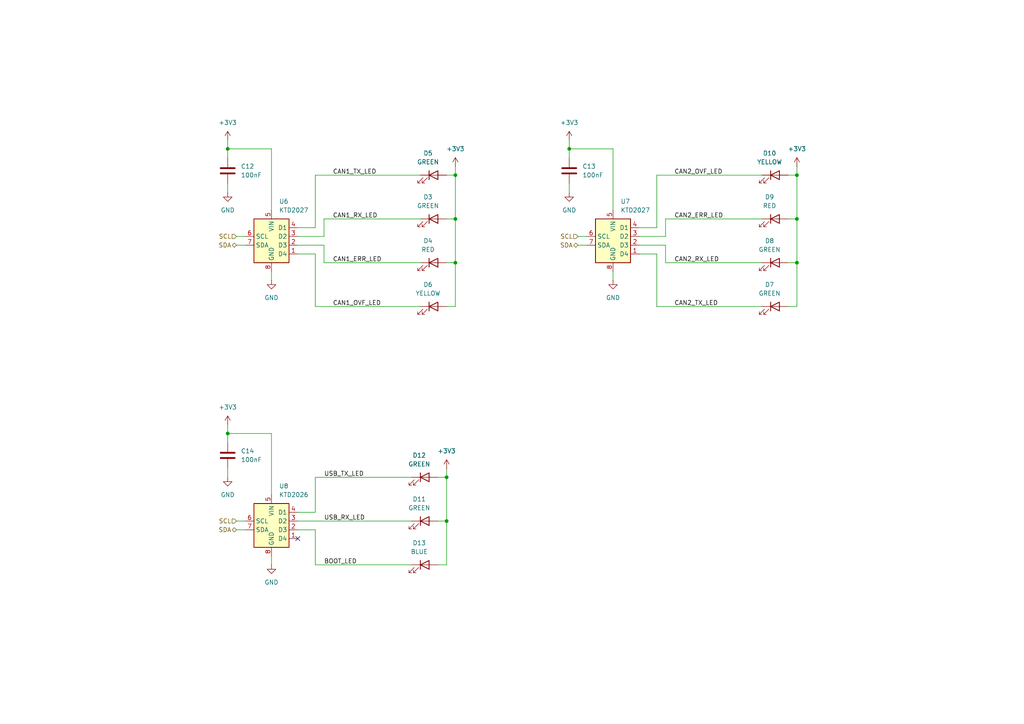
<source format=kicad_sch>
(kicad_sch (version 20231120) (generator "eeschema") (generator_version "8.0")
  (paper "A4")
  (title_block (title "CAN FD Interface") (date "2024-07-07") (rev "v1.0") (company "Spark Engineering"))
  (lib_symbols
    (symbol "Device:C" (pin_numbers hide) (pin_names (offset 0.254))
      (property "Reference" "C" (at 0.635 2.54 0))
      (property "Value" "C" (at 0.635 -2.54 0))
      (symbol "C_0_1"
        (polyline (pts (xy -2.032 -0.762) (xy 2.032 -0.762)) (stroke (width 0.508)))
        (polyline (pts (xy -2.032 0.762) (xy 2.032 0.762)) (stroke (width 0.508)))
      )
      (symbol "C_1_1"
        (pin passive line (at 0 3.81 270) (length 2.794) (name "~") (number "1"))
        (pin passive line (at 0 -3.81 90) (length 2.794) (name "~") (number "2"))
      )
    )
    (symbol "Device:LED" (pin_numbers hide) (pin_names (offset 1.016) hide)
      (property "Reference" "D" (at 0 2.54 0))
      (property "Value" "LED" (at 0 -2.54 0))
      (symbol "LED_0_1"
        (polyline (pts (xy -1.27 -1.27) (xy -1.27 1.27)) (stroke (width 0.254)))
        (polyline (pts (xy -1.27 0) (xy 1.27 0)))
        (polyline (pts (xy 1.27 -1.27) (xy 1.27 1.27) (xy -1.27 0) (xy 1.27 -1.27)) (stroke (width 0.254)))
        (polyline (pts (xy -3.048 -0.762) (xy -4.572 -2.286) (xy -3.81 -2.286) (xy -4.572 -2.286) (xy -4.572 -1.524)))
        (polyline (pts (xy -1.778 -0.762) (xy -3.302 -2.286) (xy -2.54 -2.286) (xy -3.302 -2.286) (xy -3.302 -1.524)))
      )
      (symbol "LED_1_1"
        (pin passive line (at -3.81 0 0) (length 2.54) (name "K") (number "1"))
        (pin passive line (at 3.81 0 180) (length 2.54) (name "A") (number "2"))
      )
    )
    (symbol "Driver_LED:KTD2027"
      (property "Reference" "U" (at 6.604 8.636 0))
      (property "Value" "KTD2027" (at -6.985 8.89 0))
      (symbol "KTD2027_1_1"
        (rectangle (start -5.08 7.62) (end 5.08 -5.08) (stroke (width 0.254)) (fill (type background)))
        (pin output line (at 7.62 -2.54 180) (length 2.54) (name "D4") (number "1"))
        (pin output line (at 7.62 0 180) (length 2.54) (name "D3") (number "2"))
        (pin output line (at 7.62 2.54 180) (length 2.54) (name "D2") (number "3"))
        (pin output line (at 7.62 5.08 180) (length 2.54) (name "D1") (number "4"))
        (pin power_in line (at 0 10.16 270) (length 2.54) (name "VIN") (number "5"))
        (pin bidirectional line (at -7.62 2.54 0) (length 2.54) (name "SCL") (number "6"))
        (pin bidirectional line (at -7.62 0 0) (length 2.54) (name "SDA") (number "7"))
        (pin power_in line (at 0 -7.62 90) (length 2.54) (name "GND") (number "8"))
        (pin passive line (at 0 -7.62 90) (length 2.54) hide (name "GND") (number "9"))
      )
    )
    (symbol "power:+3V3" (power) (pin_numbers hide) (pin_names (offset 0) hide)
      (property "Value" "+3V3" (at 0 3.556 0))
      (symbol "+3V3_0_1"
        (polyline (pts (xy -0.762 1.27) (xy 0 2.54)))
        (polyline (pts (xy 0 0) (xy 0 2.54)))
        (polyline (pts (xy 0 2.54) (xy 0.762 1.27)))
      )
      (symbol "+3V3_1_1"
        (pin power_in line (at 0 0 90) (length 0) (name "~") (number "1"))
      )
    )
    (symbol "power:GND" (power) (pin_numbers hide) (pin_names (offset 0) hide)
      (property "Value" "GND" (at 0 -3.81 0))
      (symbol "GND_0_1"
        (polyline (pts (xy 0 0) (xy 0 -1.27) (xy 1.27 -1.27) (xy 0 -2.54) (xy -1.27 -1.27) (xy 0 -1.27)))
      )
      (symbol "GND_1_1"
        (pin power_in line (at 0 0 270) (length 0) (name "~") (number "1"))
      )
    )
  )
  (junction (at 165.1 43.18))
  (junction (at 231.14 50.8))
  (junction (at 231.14 63.5))
  (junction (at 66.04 125.73))
  (junction (at 132.08 63.5))
  (junction (at 129.54 138.43))
  (junction (at 66.04 43.18))
  (junction (at 132.08 76.2))
  (junction (at 129.54 151.13))
  (junction (at 231.14 76.2))
  (junction (at 132.08 50.8))
  (no_connect (at 86.36 156.21))
  (wire (pts (xy 132.08 48.26) (xy 132.08 50.8)))
  (wire (pts (xy 78.74 161.29) (xy 78.74 163.83)))
  (wire (pts (xy 91.44 138.43) (xy 91.44 148.59)))
  (wire (pts (xy 66.04 53.34) (xy 66.04 55.88)))
  (wire (pts (xy 190.5 88.9) (xy 220.98 88.9)))
  (wire (pts (xy 91.44 50.8) (xy 121.92 50.8)))
  (wire (pts (xy 91.44 138.43) (xy 119.38 138.43)))
  (wire (pts (xy 132.08 76.2) (xy 132.08 88.9)))
  (wire (pts (xy 177.8 43.18) (xy 177.8 60.96)))
  (wire (pts (xy 93.98 76.2) (xy 121.92 76.2)))
  (wire (pts (xy 86.36 71.12) (xy 93.98 71.12)))
  (wire (pts (xy 93.98 63.5) (xy 121.92 63.5)))
  (wire (pts (xy 165.1 40.64) (xy 165.1 43.18)))
  (wire (pts (xy 132.08 63.5) (xy 132.08 76.2)))
  (wire (pts (xy 91.44 88.9) (xy 121.92 88.9)))
  (wire (pts (xy 132.08 50.8) (xy 132.08 63.5)))
  (wire (pts (xy 193.04 71.12) (xy 193.04 76.2)))
  (wire (pts (xy 185.42 71.12) (xy 193.04 71.12)))
  (wire (pts (xy 193.04 63.5) (xy 220.98 63.5)))
  (wire (pts (xy 231.14 48.26) (xy 231.14 50.8)))
  (wire (pts (xy 231.14 88.9) (xy 228.6 88.9)))
  (wire (pts (xy 165.1 45.72) (xy 165.1 43.18)))
  (wire (pts (xy 129.54 163.83) (xy 127 163.83)))
  (wire (pts (xy 129.54 151.13) (xy 129.54 163.83)))
  (wire (pts (xy 66.04 43.18) (xy 78.74 43.18)))
  (wire (pts (xy 228.6 50.8) (xy 231.14 50.8)))
  (wire (pts (xy 231.14 50.8) (xy 231.14 63.5)))
  (wire (pts (xy 66.04 40.64) (xy 66.04 43.18)))
  (wire (pts (xy 129.54 76.2) (xy 132.08 76.2)))
  (wire (pts (xy 68.58 68.58) (xy 71.12 68.58)))
  (wire (pts (xy 78.74 43.18) (xy 78.74 60.96)))
  (wire (pts (xy 193.04 76.2) (xy 220.98 76.2)))
  (wire (pts (xy 167.64 71.12) (xy 170.18 71.12)))
  (wire (pts (xy 66.04 45.72) (xy 66.04 43.18)))
  (wire (pts (xy 127 151.13) (xy 129.54 151.13)))
  (wire (pts (xy 129.54 138.43) (xy 129.54 151.13)))
  (wire (pts (xy 86.36 68.58) (xy 93.98 68.58)))
  (wire (pts (xy 228.6 76.2) (xy 231.14 76.2)))
  (wire (pts (xy 185.42 73.66) (xy 190.5 73.66)))
  (wire (pts (xy 66.04 125.73) (xy 78.74 125.73)))
  (wire (pts (xy 132.08 88.9) (xy 129.54 88.9)))
  (wire (pts (xy 86.36 66.04) (xy 91.44 66.04)))
  (wire (pts (xy 78.74 78.74) (xy 78.74 81.28)))
  (wire (pts (xy 190.5 50.8) (xy 190.5 66.04)))
  (wire (pts (xy 86.36 153.67) (xy 91.44 153.67)))
  (wire (pts (xy 68.58 153.67) (xy 71.12 153.67)))
  (wire (pts (xy 86.36 148.59) (xy 91.44 148.59)))
  (wire (pts (xy 91.44 153.67) (xy 91.44 163.83)))
  (wire (pts (xy 231.14 63.5) (xy 231.14 76.2)))
  (wire (pts (xy 91.44 163.83) (xy 119.38 163.83)))
  (wire (pts (xy 68.58 151.13) (xy 71.12 151.13)))
  (wire (pts (xy 185.42 68.58) (xy 193.04 68.58)))
  (wire (pts (xy 167.64 68.58) (xy 170.18 68.58)))
  (wire (pts (xy 93.98 71.12) (xy 93.98 76.2)))
  (wire (pts (xy 177.8 78.74) (xy 177.8 81.28)))
  (wire (pts (xy 129.54 50.8) (xy 132.08 50.8)))
  (wire (pts (xy 129.54 63.5) (xy 132.08 63.5)))
  (wire (pts (xy 68.58 71.12) (xy 71.12 71.12)))
  (wire (pts (xy 185.42 66.04) (xy 190.5 66.04)))
  (wire (pts (xy 86.36 151.13) (xy 119.38 151.13)))
  (wire (pts (xy 66.04 135.89) (xy 66.04 138.43)))
  (wire (pts (xy 91.44 73.66) (xy 91.44 88.9)))
  (wire (pts (xy 78.74 125.73) (xy 78.74 143.51)))
  (wire (pts (xy 129.54 135.89) (xy 129.54 138.43)))
  (wire (pts (xy 190.5 50.8) (xy 220.98 50.8)))
  (wire (pts (xy 91.44 50.8) (xy 91.44 66.04)))
  (wire (pts (xy 66.04 128.27) (xy 66.04 125.73)))
  (wire (pts (xy 193.04 63.5) (xy 193.04 68.58)))
  (wire (pts (xy 165.1 43.18) (xy 177.8 43.18)))
  (wire (pts (xy 231.14 76.2) (xy 231.14 88.9)))
  (wire (pts (xy 93.98 63.5) (xy 93.98 68.58)))
  (wire (pts (xy 127 138.43) (xy 129.54 138.43)))
  (wire (pts (xy 165.1 53.34) (xy 165.1 55.88)))
  (wire (pts (xy 66.04 123.19) (xy 66.04 125.73)))
  (wire (pts (xy 86.36 73.66) (xy 91.44 73.66)))
  (wire (pts (xy 190.5 73.66) (xy 190.5 88.9)))
  (wire (pts (xy 228.6 63.5) (xy 231.14 63.5)))
  (label "BOOT_LED" (at 93.98 163.83 0))
  (label "CAN1_OVF_LED" (at 96.52 88.9 0))
  (label "CAN2_ERR_LED" (at 195.58 63.5 0))
  (label "USB_RX_LED" (at 93.98 151.13 0))
  (label "USB_TX_LED" (at 93.98 138.43 0))
  (label "CAN2_OVF_LED" (at 195.58 50.8 0))
  (label "CAN1_TX_LED" (at 96.52 50.8 0))
  (label "CAN1_ERR_LED" (at 96.52 76.2 0))
  (label "CAN1_RX_LED" (at 96.52 63.5 0))
  (label "CAN2_RX_LED" (at 195.58 76.2 0))
  (label "CAN2_TX_LED" (at 195.58 88.9 0))
  (hierarchical_label "SCL" (shape input) (at 167.64 68.58 180))
  (hierarchical_label "SCL" (shape input) (at 68.58 151.13 180))
  (hierarchical_label "SCL" (shape input) (at 68.58 68.58 180))
  (hierarchical_label "SDA" (shape bidirectional) (at 68.58 71.12 180))
  (hierarchical_label "SDA" (shape bidirectional) (at 68.58 153.67 180))
  (hierarchical_label "SDA" (shape bidirectional) (at 167.64 71.12 180))
  (symbol (lib_id "power:+3V3") (at 66.04 123.19 0) (unit 1)
    (property "Reference" "#PWR048" (effects (hide yes)))
    (property "Value" "+3V3" (at 66.04 118.11 0))
    (property "Description" "Power symbol creates a global label with name \"+3V3\"" (effects (hide yes)))
  )
  (symbol (lib_id "Device:C") (at 66.04 49.53 0) (unit 1)
    (property "Reference" "C12" (at 69.85 48.2599 0) (effects (justify left)))
    (property "Value" "100nF" (at 69.85 50.7999 0) (effects (justify left)))
    (property "Footprint" "Capacitor_SMD:C_0402_1005Metric" (effects (hide yes)))
    (property "Description" "Unpolarized capacitor" (effects (hide yes)))
    (property "Mfr." "Murata Electronics" (effects (hide yes)))
    (property "Mfr. No" "GRM155R71A104KA01D" (effects (hide yes)))
    (property "Mouser No" "81-GRM155R71A104KA1D" (effects (hide yes)))
  )
  (symbol (lib_id "Device:LED") (at 123.19 138.43 0) (unit 1)
    (property "Reference" "D12" (at 121.6025 132.08 0))
    (property "Value" "GREEN" (at 121.6025 134.62 0))
    (property "Footprint" "LED_SMD:LED_0603_1608Metric" (effects (hide yes)))
    (property "Description" "Light emitting diode" (effects (hide yes)))
    (property "Mouser No" "710-150060GS55040" (effects (hide yes)))
    (property "Mfr. No" "150060GS55040" (effects (hide yes)))
    (property "Mfr." "Wurth Elektronik" (effects (hide yes)))
  )
  (symbol (lib_id "power:+3V3") (at 129.54 135.89 0) (unit 1)
    (property "Reference" "#PWR051" (effects (hide yes)))
    (property "Value" "+3V3" (at 129.54 130.81 0))
    (property "Description" "Power symbol creates a global label with name \"+3V3\"" (effects (hide yes)))
  )
  (symbol (lib_id "Device:LED") (at 224.79 88.9 0) (unit 1)
    (property "Reference" "D7" (at 223.2025 82.55 0))
    (property "Value" "GREEN" (at 223.2025 85.09 0))
    (property "Footprint" "LED_SMD:LED_0603_1608Metric" (effects (hide yes)))
    (property "Description" "Light emitting diode" (effects (hide yes)))
    (property "Mouser No" "710-150060GS55040" (effects (hide yes)))
    (property "Mfr. No" "150060GS55040" (effects (hide yes)))
    (property "Mfr." "Wurth Elektronik" (effects (hide yes)))
  )
  (symbol (lib_id "power:GND") (at 66.04 55.88 0) (unit 1)
    (property "Reference" "#PWR041" (effects (hide yes)))
    (property "Value" "GND" (at 66.04 60.96 0))
    (property "Description" "Power symbol creates a global label with name \"GND\" , ground" (effects (hide yes)))
  )
  (symbol (lib_id "power:GND") (at 165.1 55.88 0) (unit 1)
    (property "Reference" "#PWR044" (effects (hide yes)))
    (property "Value" "GND" (at 165.1 60.96 0))
    (property "Description" "Power symbol creates a global label with name \"GND\" , ground" (effects (hide yes)))
  )
  (symbol (lib_id "Driver_LED:KTD2027") (at 78.74 153.67 0) (unit 1)
    (property "Reference" "U8" (at 80.9341 140.97 0) (effects (justify left)))
    (property "Value" "KTD2026" (at 80.9341 143.51 0) (effects (justify left)))
    (property "Footprint" "Package_DFN_QFN:DFN-8-1EP_1.5x1.5mm_P0.4mm_EP0.7x1.2mm" (effects (hide yes)))
    (property "Description" "3-channel constant-current linear LED Driver, I2C interface, 0.125..24mAout, VIN 2.7..5.5V DFN-8" (effects (hide yes)))
    (property "Mouser No" "389-KTD2026CEWE-TR" (effects (hide yes)))
    (property "Mfr. No" "KTD2026CEWE-TR" (effects (hide yes)))
    (property "Mfr." "Kinetic Technologies" (effects (hide yes)))
  )
  (symbol (lib_id "Device:LED") (at 123.19 151.13 0) (unit 1)
    (property "Reference" "D11" (at 121.6025 144.78 0))
    (property "Value" "GREEN" (at 121.6025 147.32 0))
    (property "Footprint" "LED_SMD:LED_0603_1608Metric" (effects (hide yes)))
    (property "Description" "Light emitting diode" (effects (hide yes)))
    (property "Mouser No" "710-150060GS55040" (effects (hide yes)))
    (property "Mfr. No" "150060GS55040" (effects (hide yes)))
    (property "Mfr." "Wurth Elektronik" (effects (hide yes)))
  )
  (symbol (lib_id "Device:LED") (at 224.79 63.5 0) (unit 1)
    (property "Reference" "D9" (at 223.2025 57.15 0))
    (property "Value" "RED" (at 223.2025 59.69 0))
    (property "Footprint" "LED_SMD:LED_0603_1608Metric" (effects (hide yes)))
    (property "Description" "Light emitting diode" (effects (hide yes)))
    (property "Mouser No" "710-150060RS55040" (effects (hide yes)))
    (property "Mfr. No" "150060RS55040" (effects (hide yes)))
    (property "Mfr." "Wurth Elektronik" (effects (hide yes)))
  )
  (symbol (lib_id "power:+3V3") (at 165.1 40.64 0) (unit 1)
    (property "Reference" "#PWR046" (effects (hide yes)))
    (property "Value" "+3V3" (at 165.1 35.56 0))
    (property "Description" "Power symbol creates a global label with name \"+3V3\"" (effects (hide yes)))
  )
  (symbol (lib_id "power:GND") (at 66.04 138.43 0) (unit 1)
    (property "Reference" "#PWR049" (effects (hide yes)))
    (property "Value" "GND" (at 66.04 143.51 0))
    (property "Description" "Power symbol creates a global label with name \"GND\" , ground" (effects (hide yes)))
  )
  (symbol (lib_id "power:+3V3") (at 66.04 40.64 0) (unit 1)
    (property "Reference" "#PWR040" (effects (hide yes)))
    (property "Value" "+3V3" (at 66.04 35.56 0))
    (property "Description" "Power symbol creates a global label with name \"+3V3\"" (effects (hide yes)))
  )
  (symbol (lib_id "Device:C") (at 165.1 49.53 0) (unit 1)
    (property "Reference" "C13" (at 168.91 48.2599 0) (effects (justify left)))
    (property "Value" "100nF" (at 168.91 50.7999 0) (effects (justify left)))
    (property "Footprint" "Capacitor_SMD:C_0402_1005Metric" (effects (hide yes)))
    (property "Description" "Unpolarized capacitor" (effects (hide yes)))
    (property "Mfr." "Murata Electronics" (effects (hide yes)))
    (property "Mfr. No" "GRM155R71A104KA01D" (effects (hide yes)))
    (property "Mouser No" "81-GRM155R71A104KA1D" (effects (hide yes)))
  )
  (symbol (lib_id "power:GND") (at 177.8 81.28 0) (unit 1)
    (property "Reference" "#PWR045" (effects (hide yes)))
    (property "Value" "GND" (at 177.8 86.36 0))
    (property "Description" "Power symbol creates a global label with name \"GND\" , ground" (effects (hide yes)))
  )
  (symbol (lib_id "Device:LED") (at 224.79 76.2 0) (unit 1)
    (property "Reference" "D8" (at 223.2025 69.85 0))
    (property "Value" "GREEN" (at 223.2025 72.39 0))
    (property "Footprint" "LED_SMD:LED_0603_1608Metric" (effects (hide yes)))
    (property "Description" "Light emitting diode" (effects (hide yes)))
    (property "Mouser No" "710-150060GS55040" (effects (hide yes)))
    (property "Mfr. No" "150060GS55040" (effects (hide yes)))
    (property "Mfr." "Wurth Elektronik" (effects (hide yes)))
  )
  (symbol (lib_id "power:GND") (at 78.74 163.83 0) (unit 1)
    (property "Reference" "#PWR050" (effects (hide yes)))
    (property "Value" "GND" (at 78.74 168.91 0))
    (property "Description" "Power symbol creates a global label with name \"GND\" , ground" (effects (hide yes)))
  )
  (symbol (lib_id "power:+3V3") (at 231.14 48.26 0) (unit 1)
    (property "Reference" "#PWR047" (effects (hide yes)))
    (property "Value" "+3V3" (at 231.14 43.18 0))
    (property "Description" "Power symbol creates a global label with name \"+3V3\"" (effects (hide yes)))
  )
  (symbol (lib_id "Device:LED") (at 125.73 50.8 0) (unit 1)
    (property "Reference" "D5" (at 124.1425 44.45 0))
    (property "Value" "GREEN" (at 124.1425 46.99 0))
    (property "Footprint" "LED_SMD:LED_0603_1608Metric" (effects (hide yes)))
    (property "Description" "Light emitting diode" (effects (hide yes)))
    (property "Mouser No" "710-150060GS55040" (effects (hide yes)))
    (property "Mfr. No" "150060GS55040" (effects (hide yes)))
    (property "Mfr." "Wurth Elektronik" (effects (hide yes)))
  )
  (symbol (lib_id "Device:LED") (at 125.73 76.2 0) (unit 1)
    (property "Reference" "D4" (at 124.1425 69.85 0))
    (property "Value" "RED" (at 124.1425 72.39 0))
    (property "Footprint" "LED_SMD:LED_0603_1608Metric" (effects (hide yes)))
    (property "Description" "Light emitting diode" (effects (hide yes)))
    (property "Mouser No" "710-150060RS55040" (effects (hide yes)))
    (property "Mfr. No" "150060RS55040" (effects (hide yes)))
    (property "Mfr." "Wurth Elektronik" (effects (hide yes)))
  )
  (symbol (lib_id "Device:LED") (at 125.73 88.9 0) (unit 1)
    (property "Reference" "D6" (at 124.1425 82.55 0))
    (property "Value" "YELLOW" (at 124.1425 85.09 0))
    (property "Footprint" "LED_SMD:LED_0603_1608Metric" (effects (hide yes)))
    (property "Description" "Light emitting diode" (effects (hide yes)))
    (property "Mouser No" "710-150060YS55040" (effects (hide yes)))
    (property "Mfr. No" "150060YS55040" (effects (hide yes)))
    (property "Mfr." "Wurth Elektronik" (effects (hide yes)))
  )
  (symbol (lib_id "Driver_LED:KTD2027") (at 78.74 71.12 0) (unit 1)
    (property "Reference" "U6" (at 80.9341 58.42 0) (effects (justify left)))
    (property "Value" "KTD2027" (at 80.9341 60.96 0) (effects (justify left)))
    (property "Footprint" "Package_DFN_QFN:DFN-8-1EP_1.5x1.5mm_P0.4mm_EP0.7x1.2mm" (effects (hide yes)))
    (property "Description" "4-channel constant-current linear LED Driver, I2C interface, 0.125..24mAout, VIN 2.7..5.5V DFN-8" (effects (hide yes)))
    (property "Mouser No" "389-KTD2027EWETR" (effects (hide yes)))
    (property "Mfr. No" "KTD2027EWE-TR" (effects (hide yes)))
    (property "Mfr." "Kinetic Technologies" (effects (hide yes)))
  )
  (symbol (lib_id "Device:LED") (at 125.73 63.5 0) (unit 1)
    (property "Reference" "D3" (at 124.1425 57.15 0))
    (property "Value" "GREEN" (at 124.1425 59.69 0))
    (property "Footprint" "LED_SMD:LED_0603_1608Metric" (effects (hide yes)))
    (property "Description" "Light emitting diode" (effects (hide yes)))
    (property "Mouser No" "710-150060GS55040" (effects (hide yes)))
    (property "Mfr. No" "150060GS55040" (effects (hide yes)))
    (property "Mfr." "Wurth Elektronik" (effects (hide yes)))
  )
  (symbol (lib_id "Device:C") (at 66.04 132.08 0) (unit 1)
    (property "Reference" "C14" (at 69.85 130.8099 0) (effects (justify left)))
    (property "Value" "100nF" (at 69.85 133.3499 0) (effects (justify left)))
    (property "Footprint" "Capacitor_SMD:C_0402_1005Metric" (effects (hide yes)))
    (property "Description" "Unpolarized capacitor" (effects (hide yes)))
    (property "Mfr." "Murata Electronics" (effects (hide yes)))
    (property "Mfr. No" "GRM155R71A104KA01D" (effects (hide yes)))
    (property "Mouser No" "81-GRM155R71A104KA1D" (effects (hide yes)))
  )
  (symbol (lib_id "Device:LED") (at 224.79 50.8 0) (unit 1)
    (property "Reference" "D10" (at 223.2025 44.45 0))
    (property "Value" "YELLOW" (at 223.2025 46.99 0))
    (property "Footprint" "LED_SMD:LED_0603_1608Metric" (effects (hide yes)))
    (property "Description" "Light emitting diode" (effects (hide yes)))
    (property "Mouser No" "710-150060YS55040" (effects (hide yes)))
    (property "Mfr. No" "150060YS55040" (effects (hide yes)))
    (property "Mfr." "Wurth Elektronik" (effects (hide yes)))
  )
  (symbol (lib_id "Device:LED") (at 123.19 163.83 0) (unit 1)
    (property "Reference" "D13" (at 121.6025 157.48 0))
    (property "Value" "BLUE" (at 121.6025 160.02 0))
    (property "Footprint" "LED_SMD:LED_0603_1608Metric" (effects (hide yes)))
    (property "Description" "Light emitting diode" (effects (hide yes)))
    (property "Mouser No" "710-150060BS55040" (effects (hide yes)))
    (property "Mfr. No" "150060BS55040" (effects (hide yes)))
    (property "Mfr." "Wurth Elektronik" (effects (hide yes)))
  )
  (symbol (lib_id "power:GND") (at 78.74 81.28 0) (unit 1)
    (property "Reference" "#PWR042" (effects (hide yes)))
    (property "Value" "GND" (at 78.74 86.36 0))
    (property "Description" "Power symbol creates a global label with name \"GND\" , ground" (effects (hide yes)))
  )
  (symbol (lib_id "power:+3V3") (at 132.08 48.26 0) (unit 1)
    (property "Reference" "#PWR043" (effects (hide yes)))
    (property "Value" "+3V3" (at 132.08 43.18 0))
    (property "Description" "Power symbol creates a global label with name \"+3V3\"" (effects (hide yes)))
  )
  (symbol (lib_id "Driver_LED:KTD2027") (at 177.8 71.12 0) (unit 1)
    (property "Reference" "U7" (at 179.9941 58.42 0) (effects (justify left)))
    (property "Value" "KTD2027" (at 179.9941 60.96 0) (effects (justify left)))
    (property "Footprint" "Package_DFN_QFN:DFN-8-1EP_1.5x1.5mm_P0.4mm_EP0.7x1.2mm" (effects (hide yes)))
    (property "Description" "4-channel constant-current linear LED Driver, I2C interface, 0.125..24mAout, VIN 2.7..5.5V DFN-8" (effects (hide yes)))
    (property "Mouser No" "389-KTD2027BEWE-TR" (effects (hide yes)))
    (property "Mfr. No" "KTD2027BEWE-TR" (effects (hide yes)))
    (property "Mfr." "Kinetic Technologies" (effects (hide yes)))
  )
)
</source>
